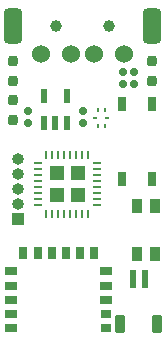
<source format=gts>
G04 #@! TF.GenerationSoftware,KiCad,Pcbnew,(6.0.9)*
G04 #@! TF.CreationDate,2023-01-08T15:32:06+09:00*
G04 #@! TF.ProjectId,otaHID,6f746148-4944-42e6-9b69-6361645f7063,2.1*
G04 #@! TF.SameCoordinates,Original*
G04 #@! TF.FileFunction,Soldermask,Top*
G04 #@! TF.FilePolarity,Negative*
%FSLAX46Y46*%
G04 Gerber Fmt 4.6, Leading zero omitted, Abs format (unit mm)*
G04 Created by KiCad (PCBNEW (6.0.9)) date 2023-01-08 15:32:06*
%MOMM*%
%LPD*%
G01*
G04 APERTURE LIST*
G04 Aperture macros list*
%AMRoundRect*
0 Rectangle with rounded corners*
0 $1 Rounding radius*
0 $2 $3 $4 $5 $6 $7 $8 $9 X,Y pos of 4 corners*
0 Add a 4 corners polygon primitive as box body*
4,1,4,$2,$3,$4,$5,$6,$7,$8,$9,$2,$3,0*
0 Add four circle primitives for the rounded corners*
1,1,$1+$1,$2,$3*
1,1,$1+$1,$4,$5*
1,1,$1+$1,$6,$7*
1,1,$1+$1,$8,$9*
0 Add four rect primitives between the rounded corners*
20,1,$1+$1,$2,$3,$4,$5,0*
20,1,$1+$1,$4,$5,$6,$7,0*
20,1,$1+$1,$6,$7,$8,$9,0*
20,1,$1+$1,$8,$9,$2,$3,0*%
G04 Aperture macros list end*
%ADD10RoundRect,0.150000X-0.150000X0.150000X-0.150000X-0.150000X0.150000X-0.150000X0.150000X0.150000X0*%
%ADD11R,0.150000X0.800000*%
%ADD12R,0.800000X0.150000*%
%ADD13R,1.200000X1.200000*%
%ADD14R,0.200000X0.400000*%
%ADD15R,0.400000X0.200000*%
%ADD16R,0.900000X1.200000*%
%ADD17R,0.900000X0.800000*%
%ADD18R,1.000000X0.800000*%
%ADD19R,0.800000X1.100000*%
%ADD20R,1.100000X0.800000*%
%ADD21RoundRect,0.150000X0.150000X-0.150000X0.150000X0.150000X-0.150000X0.150000X-0.150000X-0.150000X0*%
%ADD22R,1.000000X1.000000*%
%ADD23O,1.000000X1.000000*%
%ADD24RoundRect,0.200000X0.200000X-0.250000X0.200000X0.250000X-0.200000X0.250000X-0.200000X-0.250000X0*%
%ADD25R,0.500000X1.200000*%
%ADD26R,0.800000X1.200000*%
%ADD27RoundRect,0.200000X-0.200000X-0.600000X0.200000X-0.600000X0.200000X0.600000X-0.200000X0.600000X0*%
%ADD28R,0.600000X1.550000*%
%ADD29C,1.000000*%
%ADD30C,1.524000*%
%ADD31RoundRect,0.400000X0.400000X1.100000X-0.400000X1.100000X-0.400000X-1.100000X0.400000X-1.100000X0*%
G04 APERTURE END LIST*
D10*
X50000Y-4850000D03*
X50000Y-5850000D03*
D11*
X-3050000Y-13500000D03*
X-2550000Y-13500000D03*
X-2050000Y-13500000D03*
X-1550000Y-13500000D03*
X-1050000Y-13500000D03*
X-550000Y-13500000D03*
X-50000Y-13500000D03*
X450000Y-13500000D03*
D12*
X1200000Y-12750000D03*
X1200000Y-12250000D03*
X1200000Y-11750000D03*
X1200000Y-11250000D03*
X1200000Y-10750000D03*
X1200000Y-10250000D03*
X1200000Y-9750000D03*
X1200000Y-9250000D03*
D11*
X450000Y-8500000D03*
X-50000Y-8500000D03*
X-550000Y-8500000D03*
X-1050000Y-8500000D03*
X-1550000Y-8500000D03*
X-2050000Y-8500000D03*
X-2550000Y-8500000D03*
X-3050000Y-8500000D03*
D12*
X-3800000Y-9250000D03*
X-3800000Y-9750000D03*
X-3800000Y-10250000D03*
X-3800000Y-10750000D03*
X-3800000Y-11250000D03*
X-3800000Y-11750000D03*
X-3800000Y-12250000D03*
D13*
X-400000Y-10100000D03*
X-2200000Y-11900000D03*
X-2200000Y-10100000D03*
D12*
X-3800000Y-12750000D03*
D13*
X-400000Y-11900000D03*
D14*
X1325000Y-4750000D03*
X1875000Y-4750000D03*
D15*
X2100000Y-5400000D03*
D14*
X1875000Y-6050000D03*
X1325000Y-6050000D03*
D15*
X1100000Y-5400000D03*
D16*
X4625000Y-12900000D03*
X4625000Y-16900000D03*
X6125000Y-12900000D03*
X6125000Y-16900000D03*
D17*
X1950000Y-23200000D03*
X1950000Y-22000000D03*
D18*
X2000000Y-20800000D03*
X2000000Y-19600000D03*
X2000000Y-18400000D03*
D19*
X1000000Y-16850000D03*
X-200000Y-16850000D03*
X-1400000Y-16850000D03*
X-2600000Y-16850000D03*
X-3800000Y-16850000D03*
X-5000000Y-16850000D03*
D20*
X-6050000Y-18400000D03*
X-6050000Y-19600000D03*
X-6050000Y-20800000D03*
X-6050000Y-22000000D03*
X-6050000Y-23200000D03*
D21*
X-4650000Y-5850000D03*
X-4650000Y-4850000D03*
D10*
X4400000Y-1550000D03*
X4400000Y-2550000D03*
D22*
X-5500000Y-14000000D03*
D23*
X-5500000Y-12730000D03*
X-5500000Y-11460000D03*
X-5500000Y-10190000D03*
X-5500000Y-8920000D03*
D24*
X-5900000Y-5550000D03*
X-5900000Y-3850000D03*
D25*
X-3250000Y-5850000D03*
X-2300000Y-5850000D03*
X-1350000Y-5850000D03*
X-1350000Y-3550000D03*
X-3250000Y-3550000D03*
D24*
X-5900000Y-2250000D03*
X-5900000Y-550000D03*
X5900000Y-2250000D03*
X5900000Y-550000D03*
D26*
X5870000Y-4250000D03*
X3330000Y-4250000D03*
X3330000Y-10550000D03*
X5870000Y-10550000D03*
D27*
X3200000Y-22882500D03*
X6300000Y-22882500D03*
D28*
X4250000Y-19032500D03*
X5250000Y-19032500D03*
D10*
X3400000Y-1550000D03*
X3400000Y-2550000D03*
D29*
X2250000Y2400000D03*
X-2250000Y2400000D03*
D30*
X-3500000Y0D03*
X-1000000Y0D03*
X1000000Y0D03*
X3500000Y0D03*
D31*
X5850000Y2400000D03*
X-5850000Y2400000D03*
M02*

</source>
